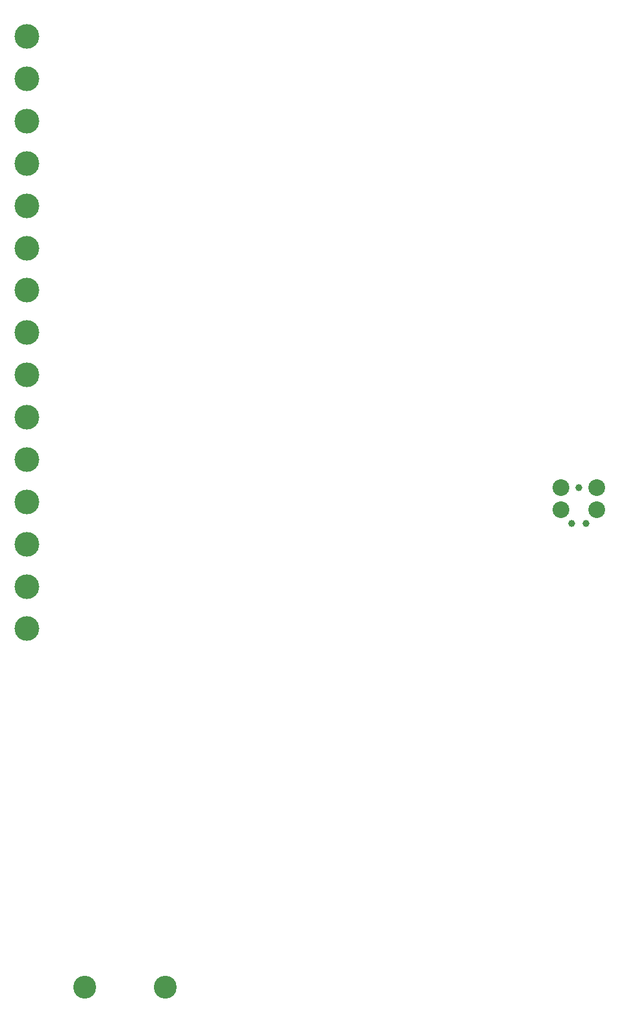
<source format=gbr>
%TF.GenerationSoftware,KiCad,Pcbnew,6.0.5+dfsg-1~bpo11+1*%
%TF.CreationDate,2023-01-20T09:08:56+00:00*%
%TF.ProjectId,nascontrol,6e617363-6f6e-4747-926f-6c2e6b696361,0.1*%
%TF.SameCoordinates,Original*%
%TF.FileFunction,NonPlated,1,4,NPTH,Drill*%
%TF.FilePolarity,Positive*%
%FSLAX46Y46*%
G04 Gerber Fmt 4.6, Leading zero omitted, Abs format (unit mm)*
G04 Created by KiCad (PCBNEW 6.0.5+dfsg-1~bpo11+1) date 2023-01-20 09:08:56*
%MOMM*%
%LPD*%
G01*
G04 APERTURE LIST*
%TA.AperFunction,ComponentDrill*%
%ADD10C,0.990600*%
%TD*%
%TA.AperFunction,ComponentDrill*%
%ADD11C,2.374900*%
%TD*%
%TA.AperFunction,ComponentDrill*%
%ADD12C,3.250000*%
%TD*%
%TA.AperFunction,ComponentDrill*%
%ADD13C,3.500000*%
%TD*%
G04 APERTURE END LIST*
D10*
%TO.C,J202*%
X103369000Y-120540000D03*
X104385000Y-115460000D03*
X105401000Y-120540000D03*
D11*
X101845000Y-115460000D03*
X101845000Y-118635000D03*
X106925000Y-115460000D03*
X106925000Y-118635000D03*
D12*
%TO.C,J102*%
X34285000Y-186350000D03*
X45715000Y-186350000D03*
D13*
%TO.C,J501*%
X26100000Y-51500000D03*
X26100000Y-57500000D03*
X26100000Y-63500000D03*
%TO.C,F501*%
X26100000Y-69500000D03*
X26100000Y-75500000D03*
%TO.C,J502*%
X26100000Y-81500000D03*
X26100000Y-87500000D03*
X26100000Y-93500000D03*
%TO.C,F502*%
X26100000Y-99500000D03*
X26100000Y-105500000D03*
%TO.C,J503*%
X26100000Y-111500000D03*
X26100000Y-117500000D03*
X26100000Y-123500000D03*
%TO.C,F503*%
X26100000Y-129500000D03*
X26100000Y-135500000D03*
M02*

</source>
